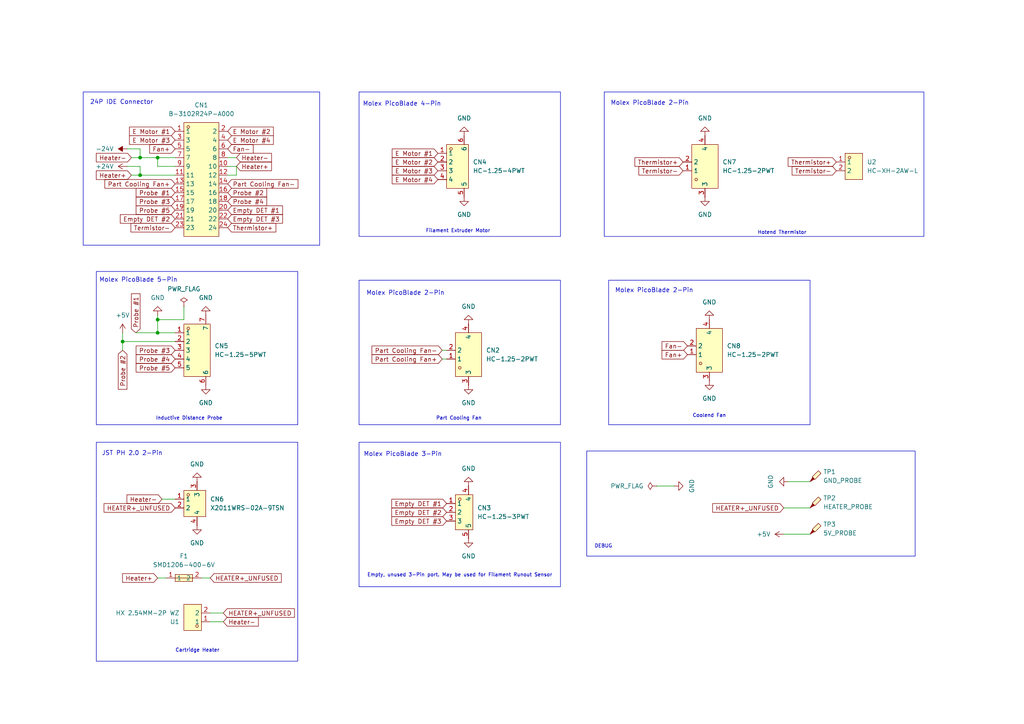
<source format=kicad_sch>
(kicad_sch (version 20231120) (generator "eeschema") (generator_version "8.0")
  (paper "A4")
  (title_block (title "SV06 Exturder Assembly PCB") (date "2024-06-11") (rev "1.00") (company "LimesKey"))
  (lib_symbols
    (symbol "Connector:TestPoint_Probe" (pin_numbers hide) (pin_names (offset 0.762) hide)
      (property "Reference" "TP" (at 1.651 5.842 0))
      (property "Value" "TestPoint_Probe" (at 1.651 4.064 0))
      (symbol "TestPoint_Probe_0_1"
        (polyline (pts (xy 1.27 0.762) (xy 0 0) (xy 0.762 1.27) (xy 1.27 0.762)) (fill (type outline)))
        (polyline (pts (xy 1.397 0.635) (xy 0.635 1.397) (xy 2.413 3.175) (xy 3.175 2.413) (xy 1.397 0.635)) (fill (type background)))
      )
      (symbol "TestPoint_Probe_1_1"
        (pin passive line (at 0 0 90) (length 0) (name "1") (number "1"))
      )
    )
    (symbol "Library:GND" (power) (pin_numbers hide) (pin_names (offset 0) hide)
      (property "Value" "GND" (at 0 -3.81 0))
      (symbol "GND_0_1"
        (polyline (pts (xy 0 0) (xy 0 -1.27) (xy 1.27 -1.27) (xy 0 -2.54) (xy -1.27 -1.27) (xy 0 -1.27)))
      )
      (symbol "GND_1_1"
        (pin power_in line (at 0 0 270) (length 0) (name "~") (number "1"))
      )
    )
    (symbol "easyeda2kicad:B-3102R24P-A000"
      (property "Reference" "CN" (at 0 20.32 0))
      (property "Value" "B-3102R24P-A000" (at 0 -17.78 0))
      (symbol "B-3102R24P-A000_0_1"
        (rectangle (start -5.08 17.78) (end 5.08 -15.24) (fill (type background)))
        (circle (center -3.81 16.51) (radius 0.38))
        (pin unspecified line (at -7.62 15.24 0) (length 2.54) (name "1") (number "1"))
        (pin unspecified line (at 7.62 5.08 180) (length 2.54) (name "10") (number "10"))
        (pin unspecified line (at -7.62 2.54 0) (length 2.54) (name "11") (number "11"))
        (pin unspecified line (at 7.62 2.54 180) (length 2.54) (name "12") (number "12"))
        (pin unspecified line (at -7.62 0 0) (length 2.54) (name "13") (number "13"))
        (pin unspecified line (at 7.62 0 180) (length 2.54) (name "14") (number "14"))
        (pin unspecified line (at -7.62 -2.54 0) (length 2.54) (name "15") (number "15"))
        (pin unspecified line (at 7.62 -2.54 180) (length 2.54) (name "16") (number "16"))
        (pin unspecified line (at -7.62 -5.08 0) (length 2.54) (name "17") (number "17"))
        (pin unspecified line (at 7.62 -5.08 180) (length 2.54) (name "18") (number "18"))
        (pin unspecified line (at -7.62 -7.62 0) (length 2.54) (name "19") (number "19"))
        (pin unspecified line (at 7.62 15.24 180) (length 2.54) (name "2") (number "2"))
        (pin unspecified line (at 7.62 -7.62 180) (length 2.54) (name "20") (number "20"))
        (pin unspecified line (at -7.62 -10.16 0) (length 2.54) (name "21") (number "21"))
        (pin unspecified line (at 7.62 -10.16 180) (length 2.54) (name "22") (number "22"))
        (pin unspecified line (at -7.62 -12.7 0) (length 2.54) (name "23") (number "23"))
        (pin unspecified line (at 7.62 -12.7 180) (length 2.54) (name "24") (number "24"))
        (pin unspecified line (at -7.62 12.7 0) (length 2.54) (name "3") (number "3"))
        (pin unspecified line (at 7.62 12.7 180) (length 2.54) (name "4") (number "4"))
        (pin unspecified line (at -7.62 10.16 0) (length 2.54) (name "5") (number "5"))
        (pin unspecified line (at 7.62 10.16 180) (length 2.54) (name "6") (number "6"))
        (pin unspecified line (at -7.62 7.62 0) (length 2.54) (name "7") (number "7"))
        (pin unspecified line (at 7.62 7.62 180) (length 2.54) (name "8") (number "8"))
        (pin unspecified line (at -7.62 5.08 0) (length 2.54) (name "9") (number "9"))
      )
    )
    (symbol "easyeda2kicad:HC-1.25-2PWT"
      (property "Reference" "CN" (at 0 13.97 0))
      (property "Value" "HC-1.25-2PWT" (at 0 -13.97 0))
      (symbol "HC-1.25-2PWT_0_1"
        (rectangle (start -2.54 6.35) (end 5.08 -6.35) (fill (type background)))
        (circle (center -1.27 -3.81) (radius 0.38))
        (pin unspecified line (at -5.08 -1.27 0) (length 2.54) (name "1") (number "1"))
        (pin unspecified line (at -5.08 1.27 0) (length 2.54) (name "2") (number "2"))
        (pin unspecified line (at 1.27 -8.89 90) (length 2.54) (name "3") (number "3"))
        (pin unspecified line (at 1.27 8.89 270) (length 2.54) (name "4") (number "4"))
      )
    )
    (symbol "easyeda2kicad:HC-1.25-3PWT"
      (property "Reference" "CN" (at 0 12.7 0))
      (property "Value" "HC-1.25-3PWT" (at 0 -12.7 0))
      (symbol "HC-1.25-3PWT_0_1"
        (rectangle (start -1.27 5.08) (end 3.81 -5.08) (fill (type background)))
        (circle (center 0 3.81) (radius 0.38))
        (pin unspecified line (at -3.81 2.54 0) (length 2.54) (name "1") (number "1"))
        (pin unspecified line (at -3.81 0 0) (length 2.54) (name "2") (number "2"))
        (pin unspecified line (at -3.81 -2.54 0) (length 2.54) (name "3") (number "3"))
        (pin unspecified line (at 2.54 7.62 270) (length 2.54) (name "4") (number "4"))
        (pin unspecified line (at 2.54 -7.62 90) (length 2.54) (name "5") (number "5"))
      )
    )
    (symbol "easyeda2kicad:HC-1.25-4PWT"
      (property "Reference" "CN" (at 0 13.97 0))
      (property "Value" "HC-1.25-4PWT" (at 0 -13.97 0))
      (symbol "HC-1.25-4PWT_0_1"
        (rectangle (start -1.27 6.35) (end 5.08 -6.35) (fill (type background)))
        (circle (center 0 5.08) (radius 0.38))
        (pin unspecified line (at -3.81 3.81 0) (length 2.54) (name "1") (number "1"))
        (pin unspecified line (at -3.81 1.27 0) (length 2.54) (name "2") (number "2"))
        (pin unspecified line (at -3.81 -1.27 0) (length 2.54) (name "3") (number "3"))
        (pin unspecified line (at -3.81 -3.81 0) (length 2.54) (name "4") (number "4"))
        (pin unspecified line (at 3.81 -8.89 90) (length 2.54) (name "5") (number "5"))
        (pin unspecified line (at 3.81 8.89 270) (length 2.54) (name "6") (number "6"))
      )
    )
    (symbol "easyeda2kicad:HC-1.25-5PWT"
      (property "Reference" "CN" (at 0 15.24 0))
      (property "Value" "HC-1.25-5PWT" (at 0 -15.24 0))
      (symbol "HC-1.25-5PWT_0_1"
        (rectangle (start -2.54 7.62) (end 5.08 -7.62) (fill (type background)))
        (circle (center -1.27 6.35) (radius 0.38))
        (pin unspecified line (at -5.08 5.08 0) (length 2.54) (name "1") (number "1"))
        (pin unspecified line (at -5.08 2.54 0) (length 2.54) (name "2") (number "2"))
        (pin unspecified line (at -5.08 0 0) (length 2.54) (name "3") (number "3"))
        (pin unspecified line (at -5.08 -2.54 0) (length 2.54) (name "4") (number "4"))
        (pin unspecified line (at -5.08 -5.08 0) (length 2.54) (name "5") (number "5"))
        (pin unspecified line (at 3.81 -10.16 90) (length 2.54) (name "6") (number "6"))
        (pin unspecified line (at 3.81 10.16 270) (length 2.54) (name "7") (number "7"))
      )
    )
    (symbol "easyeda2kicad:HC-XH-2AW-L"
      (property "Reference" "U" (at 0 6.35 0))
      (property "Value" "HC-XH-2AW-L" (at 0 -6.35 0))
      (symbol "HC-XH-2AW-L_0_1"
        (rectangle (start -2.54 3.81) (end 2.54 -3.81) (fill (type background)))
        (circle (center -1.27 2.54) (radius 0.38))
        (pin unspecified line (at -5.08 1.27 0) (length 2.54) (name "1") (number "1"))
        (pin unspecified line (at -5.08 -1.27 0) (length 2.54) (name "2") (number "2"))
      )
    )
    (symbol "easyeda2kicad:HX2.54MM-2PWZ"
      (property "Reference" "U" (at 0 6.35 0))
      (property "Value" "HX 2.54MM-2P WZ" (at 0 -6.35 0))
      (symbol "HX2.54MM-2PWZ_0_1"
        (rectangle (start -2.54 3.81) (end 2.54 -3.81) (fill (type background)))
        (circle (center -1.27 2.54) (radius 0.38))
        (pin unspecified line (at -5.08 1.27 0) (length 2.54) (name "1") (number "1"))
        (pin unspecified line (at -5.08 -1.27 0) (length 2.54) (name "2") (number "2"))
      )
    )
    (symbol "easyeda2kicad:SMD1206-400-6V"
      (property "Reference" "F" (at 0 5.08 0))
      (property "Value" "SMD1206-400-6V" (at 0 -5.08 0))
      (symbol "SMD1206-400-6V_0_1"
        (rectangle (start -2.54 1.02) (end 2.54 -1.02) (fill (type background)))
        (polyline (pts (xy -2.54 0) (xy 2.54 0)))
        (pin unspecified line (at -5.08 0 0) (length 2.54) (name "1") (number "1"))
        (pin unspecified line (at 5.08 0 180) (length 2.54) (name "2") (number "2"))
      )
    )
    (symbol "easyeda2kicad:X2011WRS-02A-9TSN"
      (property "Reference" "CN" (at 0 12.7 0))
      (property "Value" "X2011WRS-02A-9TSN" (at 0 -10.16 0))
      (symbol "X2011WRS-02A-9TSN_0_1"
        (rectangle (start -1.27 5.08) (end 5.08 -2.54) (fill (type background)))
        (circle (center 0 3.81) (radius 0.38))
        (pin unspecified line (at -3.81 2.54 0) (length 2.54) (name "1") (number "1"))
        (pin unspecified line (at -3.81 0 0) (length 2.54) (name "2") (number "2"))
        (pin unspecified line (at 2.54 7.62 270) (length 2.54) (name "3") (number "3"))
        (pin unspecified line (at 2.54 -5.08 90) (length 2.54) (name "4") (number "4"))
      )
    )
    (symbol "power:+24V" (power) (pin_numbers hide) (pin_names (offset 0) hide)
      (property "Value" "+24V" (at 0 3.556 0))
      (symbol "+24V_0_1"
        (polyline (pts (xy -0.762 1.27) (xy 0 2.54)))
        (polyline (pts (xy 0 0) (xy 0 2.54)))
        (polyline (pts (xy 0 2.54) (xy 0.762 1.27)))
      )
      (symbol "+24V_1_1"
        (pin power_in line (at 0 0 90) (length 0) (name "~") (number "1"))
      )
    )
    (symbol "power:+5V" (power) (pin_numbers hide) (pin_names (offset 0) hide)
      (property "Value" "+5V" (at 0 3.556 0))
      (symbol "+5V_0_1"
        (polyline (pts (xy -0.762 1.27) (xy 0 2.54)))
        (polyline (pts (xy 0 0) (xy 0 2.54)))
        (polyline (pts (xy 0 2.54) (xy 0.762 1.27)))
      )
      (symbol "+5V_1_1"
        (pin power_in line (at 0 0 90) (length 0) (name "~") (number "1"))
      )
    )
    (symbol "power:-24V" (power) (pin_numbers hide) (pin_names (offset 0) hide)
      (property "Value" "-24V" (at 0 3.556 0))
      (symbol "-24V_0_0"
        (pin power_in line (at 0 0 90) (length 0) (name "~") (number "1"))
      )
      (symbol "-24V_0_1"
        (polyline (pts (xy 0 0) (xy 0 1.27) (xy 0.762 1.27) (xy 0 2.54) (xy -0.762 1.27) (xy 0 1.27)) (fill (type outline)))
      )
    )
    (symbol "power:PWR_FLAG" (power) (pin_numbers hide) (pin_names (offset 0) hide)
      (property "Value" "PWR_FLAG" (at 0 3.81 0))
      (symbol "PWR_FLAG_0_0"
        (pin power_out line (at 0 0 90) (length 0) (name "~") (number "1"))
      )
      (symbol "PWR_FLAG_0_1"
        (polyline (pts (xy 0 0) (xy 0 1.27) (xy -1.016 1.905) (xy 0 2.54) (xy 1.016 1.905) (xy 0 1.27)))
      )
    )
  )
  (junction (at 40.64 45.72))
  (junction (at 45.72 92.71))
  (junction (at 35.56 99.06))
  (junction (at 45.72 96.52))
  (junction (at 45.72 45.72))
  (junction (at 40.64 50.8))
  (wire (pts (xy 35.56 99.06) (xy 35.56 101.6)))
  (wire (pts (xy 36.83 48.26) (xy 40.64 48.26)))
  (wire (pts (xy 60.96 167.64) (xy 58.42 167.64)))
  (wire (pts (xy 50.8 48.26) (xy 45.72 48.26)))
  (wire (pts (xy 35.56 96.52) (xy 35.56 99.06)))
  (wire (pts (xy 45.72 92.71) (xy 45.72 96.52)))
  (wire (pts (xy 40.64 43.18) (xy 40.64 45.72)))
  (wire (pts (xy 227.33 147.32) (xy 234.95 147.32)))
  (wire (pts (xy 227.33 154.94) (xy 234.95 154.94)))
  (wire (pts (xy 45.72 45.72) (xy 50.8 45.72)))
  (wire (pts (xy 190.5 140.97) (xy 195.58 140.97)))
  (wire (pts (xy 45.72 91.44) (xy 45.72 92.71)))
  (wire (pts (xy 228.6 139.7) (xy 234.95 139.7)))
  (wire (pts (xy 68.58 48.26) (xy 68.58 50.8)))
  (wire (pts (xy 66.04 50.8) (xy 68.58 50.8)))
  (wire (pts (xy 36.83 43.18) (xy 40.64 43.18)))
  (wire (pts (xy 39.37 96.52) (xy 45.72 96.52)))
  (wire (pts (xy 40.64 48.26) (xy 40.64 50.8)))
  (wire (pts (xy 128.27 101.6) (xy 129.54 101.6)))
  (wire (pts (xy 66.04 45.72) (xy 68.58 45.72)))
  (wire (pts (xy 38.1 50.8) (xy 40.64 50.8)))
  (wire (pts (xy 64.77 180.34) (xy 60.96 180.34)))
  (wire (pts (xy 128.27 104.14) (xy 129.54 104.14)))
  (wire (pts (xy 38.1 45.72) (xy 40.64 45.72)))
  (wire (pts (xy 40.64 45.72) (xy 45.72 45.72)))
  (wire (pts (xy 45.72 92.71) (xy 53.34 92.71)))
  (wire (pts (xy 53.34 88.9) (xy 53.34 92.71)))
  (wire (pts (xy 48.26 167.64) (xy 45.72 167.64)))
  (wire (pts (xy 35.56 99.06) (xy 50.8 99.06)))
  (wire (pts (xy 45.72 96.52) (xy 50.8 96.52)))
  (wire (pts (xy 40.64 50.8) (xy 50.8 50.8)))
  (wire (pts (xy 46.99 144.78) (xy 50.8 144.78)))
  (wire (pts (xy 45.72 48.26) (xy 45.72 45.72)))
  (wire (pts (xy 64.77 177.8) (xy 60.96 177.8)))
  (wire (pts (xy 66.04 48.26) (xy 68.58 48.26)))
  (rectangle (start 104.14 128.27) (end 162.56 170.18))
  (rectangle (start 24.13 26.67) (end 92.71 71.12))
  (rectangle (start 104.14 26.67) (end 162.56 68.58))
  (rectangle (start 27.94 78.74) (end 86.36 123.19))
  (rectangle (start 176.53 81.28) (end 234.95 123.19))
  (rectangle (start 170.18 130.81) (end 265.43 161.29))
  (rectangle (start 27.94 128.27) (end 86.36 191.77))
  (rectangle (start 104.14 81.28) (end 162.56 123.19))
  (rectangle (start 175.26 26.67) (end 267.97 68.58))
  (text "24P IDE Connector" (at 35.306 29.718 0) (effects (font (size 1.27 1.27))))
  (text "Molex PicoBlade 5-Pin" (at 40.132 81.28 0) (effects (font (size 1.27 1.27))))
  (text "Molex PicoBlade 4-Pin" (at 116.586 30.226 0) (effects (font (size 1.27 1.27))))
  (text "Molex PicoBlade 2-Pin" (at 189.738 84.328 0) (effects (font (size 1.27 1.27))))
  (text "Molex PicoBlade 2-Pin" (at 188.468 29.972 0) (effects (font (size 1.27 1.27))))
  (text "JST PH 2.0 2-Pin" (at 38.354 131.572 0) (effects (font (size 1.27 1.27))))
  (text "Inductive Distance Probe" (at 54.864 121.412 0) (effects (font (size 1.016 1.016))))
  (text "DEBUG\n" (at 175.006 158.496 0) (effects (font (size 1.016 1.016))))
  (text "Empty, unused 3-Pin port. May be used for Filament Runout Sensor\n" (at 133.35 166.878 0) (effects (font (size 1.016 1.016))))
  (text "Part Cooling Fan" (at 133.096 121.412 0) (effects (font (size 1.016 1.016))))
  (text "Filament Extruder Motor" (at 132.842 67.056 0) (effects (font (size 1.016 1.016))))
  (text "Coolend Fan" (at 205.74 120.65 0) (effects (font (size 1.016 1.016))))
  (text "Molex PicoBlade 3-Pin" (at 116.84 131.826 0) (effects (font (size 1.27 1.27))))
  (text "Cartridge Heater " (at 57.658 188.722 0) (effects (font (size 1.016 1.016))))
  (text "Hotend Thermistor" (at 226.822 67.564 0) (effects (font (size 1.016 1.016))))
  (text "Molex PicoBlade 2-Pin" (at 117.602 85.09 0) (effects (font (size 1.27 1.27))))
  (global_label "Heater+" (shape input) (at 45.72 167.64 180) (property "Intersheetrefs" "${INTERSHEET_REFS}" (effects (hide yes))))
  (global_label "Part Cooling Fan-" (shape input) (at 128.27 101.6 180) (property "Intersheetrefs" "${INTERSHEET_REFS}" (effects (hide yes))))
  (global_label "E Motor #3" (shape input) (at 127 49.53 180) (property "Intersheetrefs" "${INTERSHEET_REFS}" (effects (hide yes))))
  (global_label "E Motor #4" (shape input) (at 66.04 40.64 0) (property "Intersheetrefs" "${INTERSHEET_REFS}" (effects (hide yes))))
  (global_label "Termistor-" (shape input) (at 50.8 66.04 180) (property "Intersheetrefs" "${INTERSHEET_REFS}" (effects (hide yes))))
  (global_label "Heater-" (shape input) (at 46.99 144.78 180) (property "Intersheetrefs" "${INTERSHEET_REFS}" (effects (hide yes))))
  (global_label "E Motor #1" (shape input) (at 50.8 38.1 180) (property "Intersheetrefs" "${INTERSHEET_REFS}" (effects (hide yes))))
  (global_label "Empty DET #3" (shape input) (at 66.04 63.5 0) (property "Intersheetrefs" "${INTERSHEET_REFS}" (effects (hide yes))))
  (global_label "E Motor #1" (shape input) (at 127 44.45 180) (property "Intersheetrefs" "${INTERSHEET_REFS}" (effects (hide yes))))
  (global_label "Termistor-" (shape input) (at 242.57 49.53 180) (property "Intersheetrefs" "${INTERSHEET_REFS}" (effects (hide yes))))
  (global_label "Probe #3" (shape input) (at 50.8 58.42 180) (property "Intersheetrefs" "${INTERSHEET_REFS}" (effects (hide yes))))
  (global_label "Probe #2" (shape input) (at 35.56 101.6 270) (property "Intersheetrefs" "${INTERSHEET_REFS}" (effects (hide yes))))
  (global_label "Thermistor+" (shape input) (at 242.57 46.99 180) (property "Intersheetrefs" "${INTERSHEET_REFS}" (effects (hide yes))))
  (global_label "Part Cooling Fan+" (shape input) (at 50.8 53.34 180) (property "Intersheetrefs" "${INTERSHEET_REFS}" (effects (hide yes))))
  (global_label "Probe #4" (shape input) (at 66.04 58.42 0) (property "Intersheetrefs" "${INTERSHEET_REFS}" (effects (hide yes))))
  (global_label "HEATER+_UNFUSED" (shape input) (at 50.8 147.32 180) (property "Intersheetrefs" "${INTERSHEET_REFS}" (effects (hide yes))))
  (global_label "Empty DET #1" (shape input) (at 66.04 60.96 0) (property "Intersheetrefs" "${INTERSHEET_REFS}" (effects (hide yes))))
  (global_label "E Motor #4" (shape input) (at 127 52.07 180) (property "Intersheetrefs" "${INTERSHEET_REFS}" (effects (hide yes))))
  (global_label "Probe #1" (shape input) (at 39.37 96.52 90) (property "Intersheetrefs" "${INTERSHEET_REFS}" (effects (hide yes))))
  (global_label "Empty DET #3" (shape input) (at 129.54 151.13 180) (property "Intersheetrefs" "${INTERSHEET_REFS}" (effects (hide yes))))
  (global_label "Part Cooling Fan+" (shape input) (at 128.27 104.14 180) (property "Intersheetrefs" "${INTERSHEET_REFS}" (effects (hide yes))))
  (global_label "Fan+" (shape input) (at 199.39 102.87 180) (property "Intersheetrefs" "${INTERSHEET_REFS}" (effects (hide yes))))
  (global_label "Fan+" (shape input) (at 50.8 43.18 180) (property "Intersheetrefs" "${INTERSHEET_REFS}" (effects (hide yes))))
  (global_label "Fan-" (shape input) (at 199.39 100.33 180) (property "Intersheetrefs" "${INTERSHEET_REFS}" (effects (hide yes))))
  (global_label "Empty DET #2" (shape input) (at 50.8 63.5 180) (property "Intersheetrefs" "${INTERSHEET_REFS}" (effects (hide yes))))
  (global_label "Probe #4" (shape input) (at 50.8 104.14 180) (property "Intersheetrefs" "${INTERSHEET_REFS}" (effects (hide yes))))
  (global_label "Empty DET #2" (shape input) (at 129.54 148.59 180) (property "Intersheetrefs" "${INTERSHEET_REFS}" (effects (hide yes))))
  (global_label "Probe #1" (shape input) (at 50.8 55.88 180) (property "Intersheetrefs" "${INTERSHEET_REFS}" (effects (hide yes))))
  (global_label "Heater-" (shape input) (at 38.1 45.72 180) (property "Intersheetrefs" "${INTERSHEET_REFS}" (effects (hide yes))))
  (global_label "Heater+" (shape input) (at 68.58 48.26 0) (property "Intersheetrefs" "${INTERSHEET_REFS}" (effects (hide yes))))
  (global_label "Probe #3" (shape input) (at 50.8 101.6 180) (property "Intersheetrefs" "${INTERSHEET_REFS}" (effects (hide yes))))
  (global_label "Heater-" (shape input) (at 68.58 45.72 0) (property "Intersheetrefs" "${INTERSHEET_REFS}" (effects (hide yes))))
  (global_label "Empty DET #1" (shape input) (at 129.54 146.05 180) (property "Intersheetrefs" "${INTERSHEET_REFS}" (effects (hide yes))))
  (global_label "HEATER+_UNFUSED" (shape input) (at 64.77 177.8 0) (property "Intersheetrefs" "${INTERSHEET_REFS}" (effects (hide yes))))
  (global_label "Part Cooling Fan-" (shape input) (at 66.04 53.34 0) (property "Intersheetrefs" "${INTERSHEET_REFS}" (effects (hide yes))))
  (global_label "Heater+" (shape input) (at 38.1 50.8 180) (property "Intersheetrefs" "${INTERSHEET_REFS}" (effects (hide yes))))
  (global_label "Thermistor+" (shape input) (at 66.04 66.04 0) (property "Intersheetrefs" "${INTERSHEET_REFS}" (effects (hide yes))))
  (global_label "Termistor-" (shape input) (at 198.12 49.53 180) (property "Intersheetrefs" "${INTERSHEET_REFS}" (effects (hide yes))))
  (global_label "E Motor #2" (shape input) (at 66.04 38.1 0) (property "Intersheetrefs" "${INTERSHEET_REFS}" (effects (hide yes))))
  (global_label "HEATER+_UNFUSED" (shape input) (at 227.33 147.32 180) (property "Intersheetrefs" "${INTERSHEET_REFS}" (effects (hide yes))))
  (global_label "Probe #5" (shape input) (at 50.8 60.96 180) (property "Intersheetrefs" "${INTERSHEET_REFS}" (effects (hide yes))))
  (global_label "Thermistor+" (shape input) (at 198.12 46.99 180) (property "Intersheetrefs" "${INTERSHEET_REFS}" (effects (hide yes))))
  (global_label "HEATER+_UNFUSED" (shape input) (at 60.96 167.64 0) (property "Intersheetrefs" "${INTERSHEET_REFS}" (effects (hide yes))))
  (global_label "Heater-" (shape input) (at 64.77 180.34 0) (property "Intersheetrefs" "${INTERSHEET_REFS}" (effects (hide yes))))
  (global_label "E Motor #2" (shape input) (at 127 46.99 180) (property "Intersheetrefs" "${INTERSHEET_REFS}" (effects (hide yes))))
  (global_label "Probe #2" (shape input) (at 66.04 55.88 0) (property "Intersheetrefs" "${INTERSHEET_REFS}" (effects (hide yes))))
  (global_label "E Motor #3" (shape input) (at 50.8 40.64 180) (property "Intersheetrefs" "${INTERSHEET_REFS}" (effects (hide yes))))
  (global_label "Probe #5" (shape input) (at 50.8 106.68 180) (property "Intersheetrefs" "${INTERSHEET_REFS}" (effects (hide yes))))
  (global_label "Fan-" (shape input) (at 66.04 43.18 0) (property "Intersheetrefs" "${INTERSHEET_REFS}" (effects (hide yes))))
  (symbol (lib_id "Connector:TestPoint_Probe") (at 234.95 154.94 0) (unit 1)
    (property "Reference" "TP3" (at 238.76 152.0824 0) (effects (justify left)))
    (property "Value" "5V_PROBE" (at 238.76 154.6224 0) (effects (justify left)))
    (property "Footprint" "TestPoint:TestPoint_THTPad_D2.5mm_Drill1.2mm" (effects (hide yes)))
    (property "Description" "test point (alternative probe-style design)" (effects (hide yes)))
  )
  (symbol (lib_id "easyeda2kicad:HC-1.25-2PWT") (at 204.47 101.6 0) (unit 1)
    (property "Reference" "CN8" (at 210.82 100.3299 0) (effects (justify left)))
    (property "Value" "HC-1.25-2PWT" (at 210.82 102.8699 0) (effects (justify left)))
    (property "Footprint" "easyeda2kicad:CONN-SMD_2P-P1.25-HC-1.25-2PWT" (effects (hide yes)))
    (property "LCSC Part" "C2845379" (effects (hide yes)))
  )
  (symbol (lib_id "easyeda2kicad:SMD1206-400-6V") (at 53.34 167.64 0) (unit 1)
    (property "Reference" "F1" (at 53.34 161.29 0))
    (property "Value" "SMD1206-400-6V" (at 53.34 163.83 0))
    (property "Footprint" "easyeda2kicad:F1206" (effects (hide yes)))
    (property "LCSC Part" "C2760306" (effects (hide yes)))
  )
  (symbol (lib_id "Library:GND") (at 59.69 91.44 180) (unit 1)
    (property "Reference" "#PWR012" (effects (hide yes)))
    (property "Value" "GND" (at 59.69 86.36 0))
    (property "Description" "Power symbol creates a global label with name \"GND\" , ground" (effects (hide yes)))
  )
  (symbol (lib_id "power:PWR_FLAG") (at 53.34 88.9 0) (unit 1)
    (property "Reference" "#FLG02" (effects (hide yes)))
    (property "Value" "PWR_FLAG" (at 53.34 83.82 0))
    (property "Description" "Special symbol for telling ERC where power comes from" (effects (hide yes)))
  )
  (symbol (lib_id "Connector:TestPoint_Probe") (at 234.95 139.7 0) (unit 1)
    (property "Reference" "TP1" (at 238.76 136.8424 0) (effects (justify left)))
    (property "Value" "GND_PROBE" (at 238.76 139.3824 0) (effects (justify left)))
    (property "Footprint" "TestPoint:TestPoint_THTPad_D2.5mm_Drill1.2mm" (effects (hide yes)))
    (property "Description" "test point (alternative probe-style design)" (effects (hide yes)))
  )
  (symbol (lib_id "easyeda2kicad:X2011WRS-02A-9TSN") (at 54.61 147.32 0) (unit 1)
    (property "Reference" "CN6" (at 60.96 144.7799 0) (effects (justify left)))
    (property "Value" "X2011WRS-02A-9TSN" (at 60.96 147.3199 0) (effects (justify left)))
    (property "Footprint" "easyeda2kicad:CONN-SMD_2P-P2.00_XKB_X2011WRS-02A-9TSN" (effects (hide yes)))
    (property "LCSC Part" "C571320" (effects (hide yes)))
  )
  (symbol (lib_id "easyeda2kicad:HC-XH-2AW-L") (at 247.65 48.26 0) (unit 1)
    (property "Reference" "U2" (at 251.46 46.9899 0) (effects (justify left)))
    (property "Value" "HC-XH-2AW-L" (at 251.46 49.5299 0) (effects (justify left)))
    (property "Footprint" "easyeda2kicad:CONN-TH_2P-P2.50_HC-XH-2AW-G" (effects (hide yes)))
    (property "LCSC Part" "C7466689" (effects (hide yes)))
  )
  (symbol (lib_id "power:+24V") (at 36.83 48.26 90) (unit 1)
    (property "Reference" "#PWR01" (effects (hide yes)))
    (property "Value" "+24V" (at 33.02 48.2599 90) (effects (justify left)))
    (property "Description" "Power symbol creates a global label with name \"+24V\"" (effects (hide yes)))
  )
  (symbol (lib_id "easyeda2kicad:HC-1.25-3PWT") (at 133.35 148.59 0) (unit 1)
    (property "Reference" "CN3" (at 138.43 147.3199 0) (effects (justify left)))
    (property "Value" "HC-1.25-3PWT" (at 138.43 149.8599 0) (effects (justify left)))
    (property "Footprint" "easyeda2kicad:CONN-SMD_HC-1.25-3PWT" (effects (hide yes)))
    (property "LCSC Part" "C2845380" (effects (hide yes)))
  )
  (symbol (lib_id "power:+5V") (at 35.56 96.52 0) (unit 1)
    (property "Reference" "#PWR017" (effects (hide yes)))
    (property "Value" "+5V" (at 35.56 91.44 0))
    (property "Description" "Power symbol creates a global label with name \"+5V\"" (effects (hide yes)))
  )
  (symbol (lib_id "easyeda2kicad:HC-1.25-2PWT") (at 134.62 102.87 0) (unit 1)
    (property "Reference" "CN2" (at 140.97 101.5999 0) (effects (justify left)))
    (property "Value" "HC-1.25-2PWT" (at 140.97 104.1399 0) (effects (justify left)))
    (property "Footprint" "easyeda2kicad:CONN-SMD_2P-P1.25-HC-1.25-2PWT" (effects (hide yes)))
    (property "LCSC Part" "C2845379" (effects (hide yes)))
  )
  (symbol (lib_id "easyeda2kicad:HC-1.25-2PWT") (at 203.2 48.26 0) (unit 1)
    (property "Reference" "CN7" (at 209.55 46.9899 0) (effects (justify left)))
    (property "Value" "HC-1.25-2PWT" (at 209.55 49.5299 0) (effects (justify left)))
    (property "Footprint" "easyeda2kicad:CONN-SMD_2P-P1.25-HC-1.25-2PWT" (effects (hide yes)))
    (property "LCSC Part" "C2845379" (effects (hide yes)))
  )
  (symbol (lib_id "Library:GND") (at 59.69 111.76 0) (unit 1)
    (property "Reference" "#PWR011" (effects (hide yes)))
    (property "Value" "GND" (at 59.69 116.84 0))
    (property "Description" "Power symbol creates a global label with name \"GND\" , ground" (effects (hide yes)))
  )
  (symbol (lib_id "Library:GND") (at 134.62 39.37 180) (unit 1)
    (property "Reference" "#PWR013" (effects (hide yes)))
    (property "Value" "GND" (at 134.62 34.29 0))
    (property "Description" "Power symbol creates a global label with name \"GND\" , ground" (effects (hide yes)))
  )
  (symbol (lib_id "power:+5V") (at 227.33 154.94 90) (unit 1)
    (property "Reference" "#PWR021" (effects (hide yes)))
    (property "Value" "+5V" (at 223.52 154.9399 90) (effects (justify left)))
    (property "Description" "Power symbol creates a global label with name \"+5V\"" (effects (hide yes)))
  )
  (symbol (lib_id "Library:GND") (at 135.89 111.76 0) (unit 1)
    (property "Reference" "#PWR05" (effects (hide yes)))
    (property "Value" "GND" (at 135.89 116.84 0))
    (property "Description" "Power symbol creates a global label with name \"GND\" , ground" (effects (hide yes)))
  )
  (symbol (lib_id "Connector:TestPoint_Probe") (at 234.95 147.32 0) (unit 1)
    (property "Reference" "TP2" (at 238.76 144.4624 0) (effects (justify left)))
    (property "Value" "HEATER_PROBE" (at 238.76 147.0024 0) (effects (justify left)))
    (property "Footprint" "TestPoint:TestPoint_THTPad_D2.5mm_Drill1.2mm" (effects (hide yes)))
    (property "Description" "test point (alternative probe-style design)" (effects (hide yes)))
  )
  (symbol (lib_id "power:PWR_FLAG") (at 190.5 140.97 90) (unit 1)
    (property "Reference" "#FLG01" (effects (hide yes)))
    (property "Value" "PWR_FLAG" (at 186.69 140.9699 90) (effects (justify left)))
    (property "Description" "Special symbol for telling ERC where power comes from" (effects (hide yes)))
  )
  (symbol (lib_id "Library:GND") (at 135.89 140.97 180) (unit 1)
    (property "Reference" "#PWR015" (effects (hide yes)))
    (property "Value" "GND" (at 135.89 135.89 0))
    (property "Description" "Power symbol creates a global label with name \"GND\" , ground" (effects (hide yes)))
  )
  (symbol (lib_id "Library:GND") (at 228.6 139.7 270) (unit 1)
    (property "Reference" "#PWR019" (effects (hide yes)))
    (property "Value" "GND" (at 223.52 139.7 0))
    (property "Description" "Power symbol creates a global label with name \"GND\" , ground" (effects (hide yes)))
  )
  (symbol (lib_id "Library:GND") (at 205.74 92.71 180) (unit 1)
    (property "Reference" "#PWR09" (effects (hide yes)))
    (property "Value" "GND" (at 205.74 87.63 0))
    (property "Description" "Power symbol creates a global label with name \"GND\" , ground" (effects (hide yes)))
  )
  (symbol (lib_id "easyeda2kicad:HC-1.25-5PWT") (at 55.88 101.6 0) (unit 1)
    (property "Reference" "CN5" (at 62.23 100.3299 0) (effects (justify left)))
    (property "Value" "HC-1.25-5PWT" (at 62.23 102.8699 0) (effects (justify left)))
    (property "Footprint" "easyeda2kicad:CONN-SMD_5P-P1.25_HCTL_HC-1.25-5PWT" (effects (hide yes)))
    (property "LCSC Part" "C2845382" (effects (hide yes)))
  )
  (symbol (lib_id "power:-24V") (at 36.83 43.18 90) (unit 1)
    (property "Reference" "#PWR02" (effects (hide yes)))
    (property "Value" "-24V" (at 33.02 43.1799 90) (effects (justify left)))
    (property "Description" "Power symbol creates a global label with name \"-24V\"" (effects (hide yes)))
  )
  (symbol (lib_id "Library:GND") (at 204.47 39.37 180) (unit 1)
    (property "Reference" "#PWR07" (effects (hide yes)))
    (property "Value" "GND" (at 204.47 34.29 0))
    (property "Description" "Power symbol creates a global label with name \"GND\" , ground" (effects (hide yes)))
  )
  (symbol (lib_id "Library:GND") (at 195.58 140.97 90) (unit 1)
    (property "Reference" "#PWR018" (effects (hide yes)))
    (property "Value" "GND" (at 200.66 140.97 0))
    (property "Description" "Power symbol creates a global label with name \"GND\" , ground" (effects (hide yes)))
  )
  (symbol (lib_id "Library:GND") (at 134.62 57.15 0) (unit 1)
    (property "Reference" "#PWR014" (effects (hide yes)))
    (property "Value" "GND" (at 134.62 62.23 0))
    (property "Description" "Power symbol creates a global label with name \"GND\" , ground" (effects (hide yes)))
  )
  (symbol (lib_id "Library:GND") (at 57.15 139.7 180) (unit 1)
    (property "Reference" "#PWR03" (effects (hide yes)))
    (property "Value" "GND" (at 57.15 134.62 0))
    (property "Description" "Power symbol creates a global label with name \"GND\" , ground" (effects (hide yes)))
  )
  (symbol (lib_id "easyeda2kicad:B-3102R24P-A000") (at 58.42 53.34 0) (unit 1)
    (property "Reference" "CN1" (at 58.42 30.48 0))
    (property "Value" "B-3102R24P-A000" (at 58.42 33.02 0))
    (property "Footprint" "easyeda2kicad:IDC-TH_24P-P2.00_B-3102R24P-A000" (effects (hide yes)))
    (property "Datasheet" "https://lcsc.com/product-detail/IDC-Connectors_Shenzhen-Cankemeng-B-3102R24P-A000_C383593.html" (effects (hide yes)))
    (property "LCSC Part" "C383593" (effects (hide yes)))
  )
  (symbol (lib_id "easyeda2kicad:HX2.54MM-2PWZ") (at 55.88 179.07 180) (unit 1)
    (property "Reference" "U1" (at 52.07 180.3401 0) (effects (justify left)))
    (property "Value" "HX 2.54MM-2P WZ" (at 52.07 177.8001 0) (effects (justify left)))
    (property "Footprint" "easyeda2kicad:CONN-TH_2P-P2.50_HX-2.54MM-2P-WZ" (effects (hide yes)))
    (property "LCSC Part" "C7543444" (effects (hide yes)))
  )
  (symbol (lib_id "Library:GND") (at 57.15 152.4 0) (unit 1)
    (property "Reference" "#PWR04" (effects (hide yes)))
    (property "Value" "GND" (at 57.15 157.48 0))
    (property "Description" "Power symbol creates a global label with name \"GND\" , ground" (effects (hide yes)))
  )
  (symbol (lib_id "easyeda2kicad:HC-1.25-4PWT") (at 130.81 48.26 0) (unit 1)
    (property "Reference" "CN4" (at 137.16 46.9899 0) (effects (justify left)))
    (property "Value" "HC-1.25-4PWT" (at 137.16 49.5299 0) (effects (justify left)))
    (property "Footprint" "easyeda2kicad:CONN-SMD_4P-P1.25-HC-1.25-4PWT" (effects (hide yes)))
    (property "LCSC Part" "C2845381" (effects (hide yes)))
  )
  (symbol (lib_id "Library:GND") (at 45.72 91.44 180) (unit 1)
    (property "Reference" "#PWR020" (effects (hide yes)))
    (property "Value" "GND" (at 45.72 86.36 0))
    (property "Description" "Power symbol creates a global label with name \"GND\" , ground" (effects (hide yes)))
  )
  (symbol (lib_id "Library:GND") (at 205.74 110.49 0) (unit 1)
    (property "Reference" "#PWR010" (effects (hide yes)))
    (property "Value" "GND" (at 205.74 115.57 0))
    (property "Description" "Power symbol creates a global label with name \"GND\" , ground" (effects (hide yes)))
  )
  (symbol (lib_id "Library:GND") (at 204.47 57.15 0) (unit 1)
    (property "Reference" "#PWR08" (effects (hide yes)))
    (property "Value" "GND" (at 204.47 62.23 0))
    (property "Description" "Power symbol creates a global label with name \"GND\" , ground" (effects (hide yes)))
  )
  (symbol (lib_id "Library:GND") (at 135.89 93.98 180) (unit 1)
    (property "Reference" "#PWR06" (effects (hide yes)))
    (property "Value" "GND" (at 135.89 88.9 0))
    (property "Description" "Power symbol creates a global label with name \"GND\" , ground" (effects (hide yes)))
  )
  (symbol (lib_id "Library:GND") (at 135.89 156.21 0) (unit 1)
    (property "Reference" "#PWR016" (effects (hide yes)))
    (property "Value" "GND" (at 135.89 161.29 0))
    (property "Description" "Power symbol creates a global label with name \"GND\" , ground" (effects (hide yes)))
  )
)
</source>
